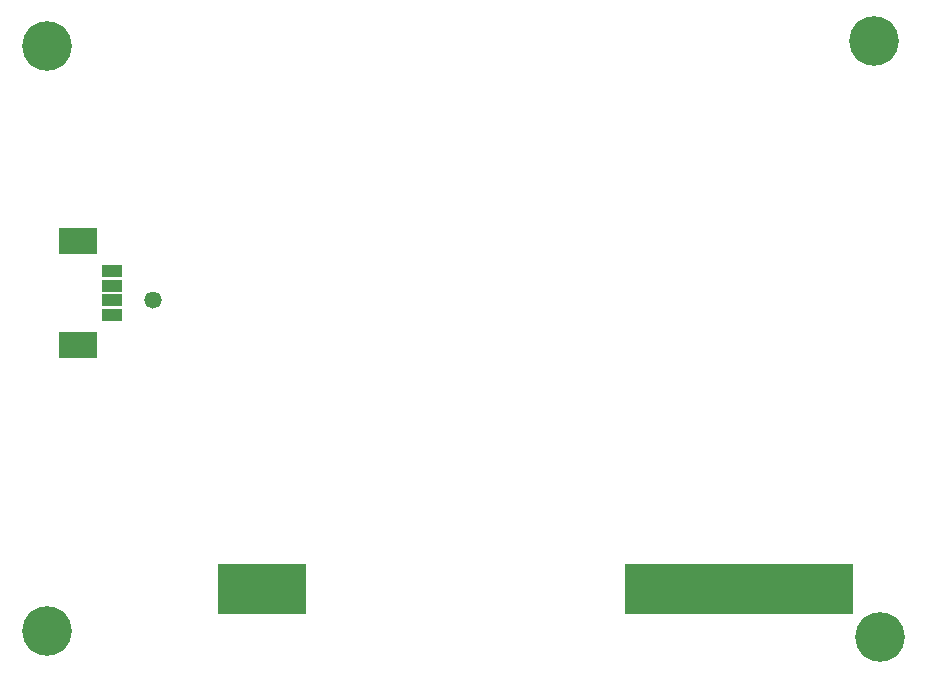
<source format=gbs>
G04 Layer_Color=16711935*
%FSLAX42Y42*%
%MOMM*%
G71*
G01*
G75*
%ADD19R,7.46X4.20*%
%ADD20R,19.36X4.20*%
%ADD21C,4.20*%
%ADD22C,1.47*%
%ADD23R,3.20X2.30*%
%ADD24R,1.80X1.00*%
D19*
X2319Y854D02*
D03*
D20*
X6361D02*
D03*
D21*
X500Y500D02*
D03*
X7550Y450D02*
D03*
X7500Y5500D02*
D03*
X500Y5450D02*
D03*
D22*
X1400Y3300D02*
D03*
D23*
X760Y3805D02*
D03*
Y2920D02*
D03*
D24*
X1050Y3550D02*
D03*
Y3425D02*
D03*
Y3300D02*
D03*
Y3175D02*
D03*
M02*

</source>
